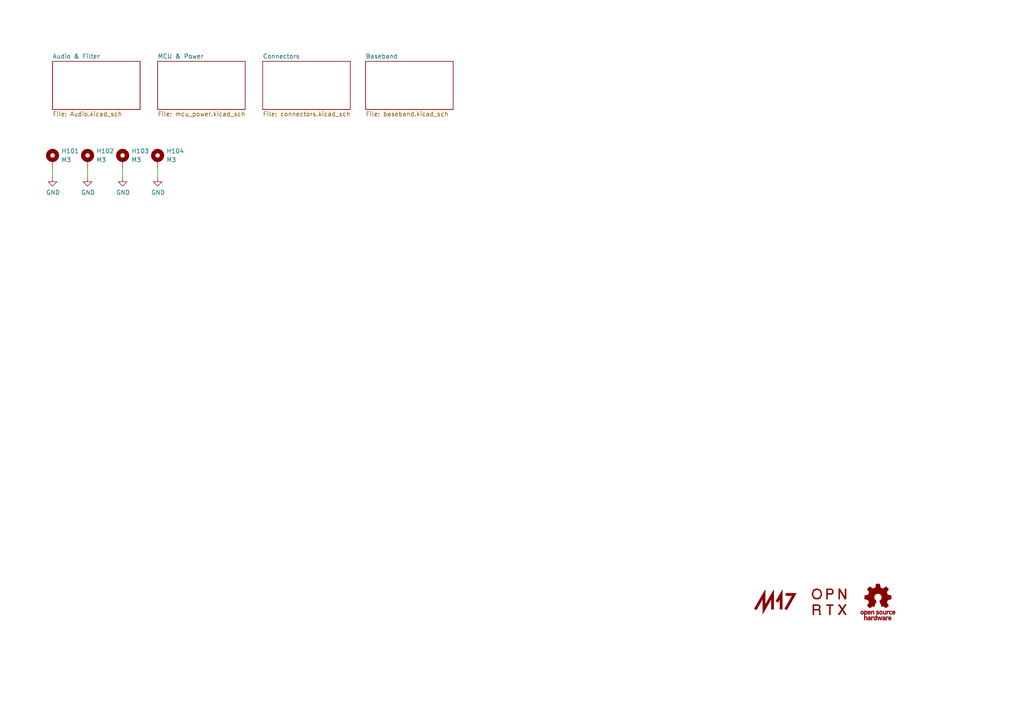
<source format=kicad_sch>
(kicad_sch (version 20231120) (generator "eeschema") (generator_version "8.0")
  (paper "A4")
  (title_block (title "Module17") (date "2024-04-25") (rev "Rev 0.99b") (company "M17Project") (comment 1 "Morgan ON4MOD") (comment 2 "Mathis - DB9MAT") (comment 3 "Wojciech - SP5WWP"))
  (lib_symbols
    (symbol "M17_logos:M17_logo" (in_bom no))
    (symbol "M17_logos:OPN_RTX_logo" (in_bom no))
    (symbol "M17_logos:OSHW_logo" (pin_names (offset 1.016)) (in_bom no))
    (symbol "Mechanical:MountingHole_Pad" (pin_numbers hide) (pin_names (offset 1.016) hide)
      (property "Reference" "H" (at 0 6.35 0))
      (property "Value" "MountingHole_Pad" (at 0 4.445 0))
      (symbol "MountingHole_Pad_1_1"
        (pin input line (at 0 -2.54 90) (length 2.54) (name "1") (number "1"))
      )
    )
    (symbol "power:GND" (power) (pin_names (offset 0))
      (property "Value" "GND" (at 0 -3.81 0))
      (symbol "GND_1_1"
        (pin power_in line (at 0 0 270) (length 0) hide (name "GND") (number "1"))
      )
    )
  )
  (wire (pts (xy 45.72 48.895) (xy 45.72 51.435)))
  (wire (pts (xy 25.4 48.895) (xy 25.4 51.435)))
  (wire (pts (xy 15.24 48.895) (xy 15.24 51.435)))
  (wire (pts (xy 35.56 48.895) (xy 35.56 51.435)))
  (symbol (lib_id "power:GND") (at 25.4 51.435 0) (unit 1)
    (property "Reference" "#PWR0102" (effects (hide yes)))
    (property "Value" "GND" (at 25.527 55.8292 0))
  )
  (symbol (lib_id "M17_logos:OPN_RTX_logo") (at 240.665 174.625 0) (unit 1) (in_bom no)
    (property "Reference" "LOGO102" (effects (hide yes)))
    (property "Value" "OPN_RTX_logo" (effects (hide yes)))
    (property "Footprint" "M17_logos:OPN_RTX_logo_10x7.6mm" (effects (hide yes)))
  )
  (symbol (lib_id "power:GND") (at 15.24 51.435 0) (unit 1)
    (property "Reference" "#PWR0101" (effects (hide yes)))
    (property "Value" "GND" (at 15.367 55.8292 0))
  )
  (symbol (lib_id "Mechanical:MountingHole_Pad") (at 15.24 46.355 0) (unit 1) (in_bom no)
    (property "Reference" "H101" (at 17.78 43.815 0) (effects (justify left)))
    (property "Value" "M3" (at 17.78 46.355 0) (effects (justify left)))
    (property "Footprint" "MountingHole:MountingHole_2.7mm_M2.5_DIN965_Pad" (effects (hide yes)))
  )
  (symbol (lib_id "M17_logos:M17_logo") (at 224.79 174.625 0) (unit 1) (in_bom no)
    (property "Reference" "LOGO101" (effects (hide yes)))
    (property "Value" "M17_logo" (effects (hide yes)))
    (property "Footprint" "M17_logos:M17_logo_20x11.5mm" (effects (hide yes)))
  )
  (symbol (lib_id "M17_logos:OSHW_logo") (at 254.635 174.625 0) (unit 1) (in_bom no)
    (property "Reference" "LOGO103" (effects (hide yes)))
    (property "Value" "OSHW_logo" (effects (hide yes)))
    (property "Footprint" "M17_logos:OSHW_logo_12.5x13mm" (effects (hide yes)))
  )
  (symbol (lib_id "power:GND") (at 35.56 51.435 0) (unit 1)
    (property "Reference" "#PWR0103" (effects (hide yes)))
    (property "Value" "GND" (at 35.687 55.8292 0))
  )
  (symbol (lib_id "Mechanical:MountingHole_Pad") (at 25.4 46.355 0) (unit 1) (in_bom no)
    (property "Reference" "H102" (at 27.94 43.815 0) (effects (justify left)))
    (property "Value" "M3" (at 27.94 46.355 0) (effects (justify left)))
    (property "Footprint" "MountingHole:MountingHole_2.7mm_M2.5_DIN965_Pad" (effects (hide yes)))
  )
  (symbol (lib_id "power:GND") (at 45.72 51.435 0) (unit 1)
    (property "Reference" "#PWR0104" (effects (hide yes)))
    (property "Value" "GND" (at 45.847 55.8292 0))
  )
  (symbol (lib_id "Mechanical:MountingHole_Pad") (at 35.56 46.355 0) (unit 1) (in_bom no)
    (property "Reference" "H103" (at 38.1 43.815 0) (effects (justify left)))
    (property "Value" "M3" (at 38.1 46.355 0) (effects (justify left)))
    (property "Footprint" "MountingHole:MountingHole_2.7mm_M2.5_DIN965_Pad" (effects (hide yes)))
  )
  (symbol (lib_id "Mechanical:MountingHole_Pad") (at 45.72 46.355 0) (unit 1) (in_bom no)
    (property "Reference" "H104" (at 48.26 43.815 0) (effects (justify left)))
    (property "Value" "M3" (at 48.26 46.355 0) (effects (justify left)))
    (property "Footprint" "MountingHole:MountingHole_2.7mm_M2.5_DIN965_Pad" (effects (hide yes)))
  )
  (sheet (at 45.72 17.78) (size 25.4 13.97)
    (property "Sheetname" "MCU & Power" (at 45.72 17.0684 0) (effects (justify left bottom)))
    (property "Sheetfile" "mcu_power.kicad_sch" (at 45.72 32.3346 0) (effects (justify left top)))
  )
  (sheet (at 15.24 17.78) (size 25.4 13.97)
    (property "Sheetname" "Audio & Filter" (at 15.24 17.0684 0) (effects (justify left bottom)))
    (property "Sheetfile" "Audio.kicad_sch" (at 15.24 32.3346 0) (effects (justify left top)))
  )
  (sheet (at 106.045 17.78) (size 25.4 13.97) (stroke (width 0.1524))
    (property "Sheetname" "Baseband" (at 106.045 17.0684 0) (effects (justify left bottom)))
    (property "Sheetfile" "baseband.kicad_sch" (at 106.045 32.3346 0) (effects (justify left top)))
  )
  (sheet (at 76.2 17.78) (size 25.4 13.97) (stroke (width 0.1524))
    (property "Sheetname" "Connectors" (at 76.2 17.0684 0) (effects (justify left bottom)))
    (property "Sheetfile" "connectors.kicad_sch" (at 76.2 32.3346 0) (effects (justify left top)))
  )
)
</source>
